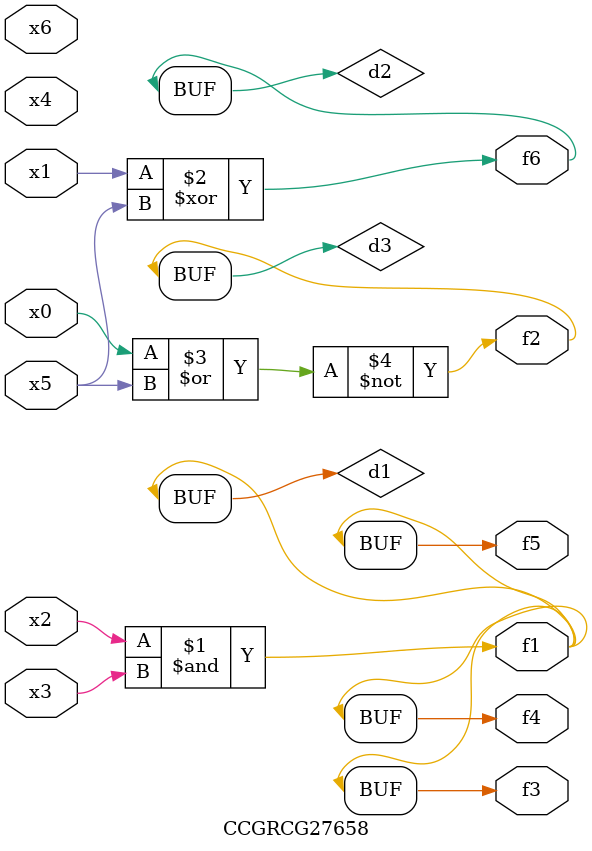
<source format=v>
module CCGRCG27658(
	input x0, x1, x2, x3, x4, x5, x6,
	output f1, f2, f3, f4, f5, f6
);

	wire d1, d2, d3;

	and (d1, x2, x3);
	xor (d2, x1, x5);
	nor (d3, x0, x5);
	assign f1 = d1;
	assign f2 = d3;
	assign f3 = d1;
	assign f4 = d1;
	assign f5 = d1;
	assign f6 = d2;
endmodule

</source>
